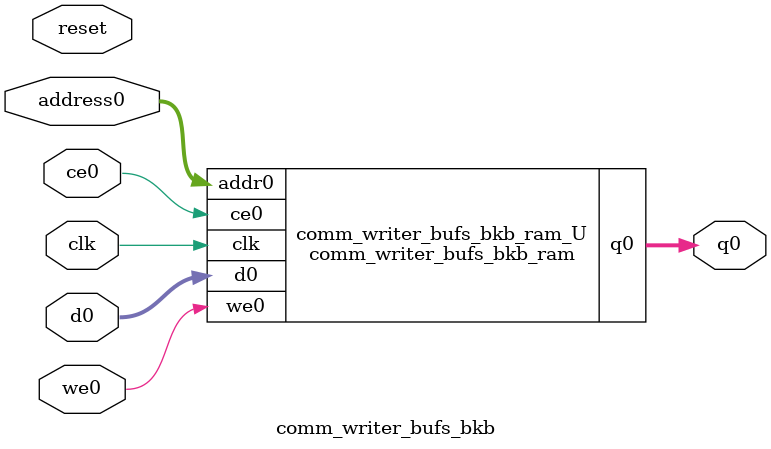
<source format=v>

`timescale 1 ns / 1 ps
module comm_writer_bufs_bkb_ram (addr0, ce0, d0, we0, q0,  clk);

parameter DWIDTH = 512;
parameter AWIDTH = 10;
parameter MEM_SIZE = 1024;

input[AWIDTH-1:0] addr0;
input ce0;
input[DWIDTH-1:0] d0;
input we0;
output reg[DWIDTH-1:0] q0;
input clk;

(* ram_style = "block" *)reg [DWIDTH-1:0] ram[0:MEM_SIZE-1];




always @(posedge clk)  
begin 
    if (ce0) 
    begin
        if (we0) 
        begin 
            ram[addr0] <= d0; 
            q0 <= d0;
        end 
        else 
            q0 <= ram[addr0];
    end
end


endmodule


`timescale 1 ns / 1 ps
module comm_writer_bufs_bkb(
    reset,
    clk,
    address0,
    ce0,
    we0,
    d0,
    q0);

parameter DataWidth = 32'd512;
parameter AddressRange = 32'd1024;
parameter AddressWidth = 32'd10;
input reset;
input clk;
input[AddressWidth - 1:0] address0;
input ce0;
input we0;
input[DataWidth - 1:0] d0;
output[DataWidth - 1:0] q0;



comm_writer_bufs_bkb_ram comm_writer_bufs_bkb_ram_U(
    .clk( clk ),
    .addr0( address0 ),
    .ce0( ce0 ),
    .d0( d0 ),
    .we0( we0 ),
    .q0( q0 ));

endmodule


</source>
